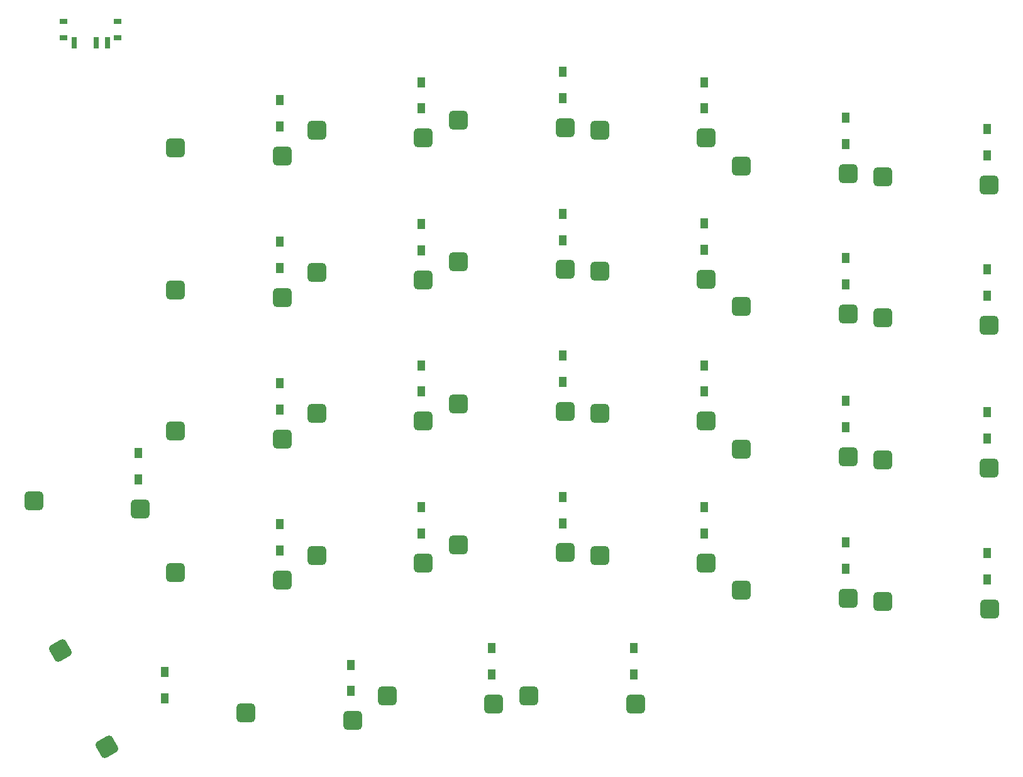
<source format=gbp>
G04 #@! TF.GenerationSoftware,KiCad,Pcbnew,7.0.10*
G04 #@! TF.CreationDate,2024-03-21T01:04:01+01:00*
G04 #@! TF.ProjectId,allium58,616c6c69-756d-4353-982e-6b696361645f,rev?*
G04 #@! TF.SameCoordinates,Original*
G04 #@! TF.FileFunction,Paste,Bot*
G04 #@! TF.FilePolarity,Positive*
%FSLAX46Y46*%
G04 Gerber Fmt 4.6, Leading zero omitted, Abs format (unit mm)*
G04 Created by KiCad (PCBNEW 7.0.10) date 2024-03-21 01:04:01*
%MOMM*%
%LPD*%
G01*
G04 APERTURE LIST*
G04 Aperture macros list*
%AMRoundRect*
0 Rectangle with rounded corners*
0 $1 Rounding radius*
0 $2 $3 $4 $5 $6 $7 $8 $9 X,Y pos of 4 corners*
0 Add a 4 corners polygon primitive as box body*
4,1,4,$2,$3,$4,$5,$6,$7,$8,$9,$2,$3,0*
0 Add four circle primitives for the rounded corners*
1,1,$1+$1,$2,$3*
1,1,$1+$1,$4,$5*
1,1,$1+$1,$6,$7*
1,1,$1+$1,$8,$9*
0 Add four rect primitives between the rounded corners*
20,1,$1+$1,$2,$3,$4,$5,0*
20,1,$1+$1,$4,$5,$6,$7,0*
20,1,$1+$1,$6,$7,$8,$9,0*
20,1,$1+$1,$8,$9,$2,$3,0*%
G04 Aperture macros list end*
%ADD10RoundRect,0.500000X-0.750000X-0.775000X0.750000X-0.775000X0.750000X0.775000X-0.750000X0.775000X0*%
%ADD11RoundRect,0.500000X-1.046170X0.262019X-0.296170X-1.037019X1.046170X-0.262019X0.296170X1.037019X0*%
%ADD12R,1.000000X1.400000*%
%ADD13R,1.000000X0.800000*%
%ADD14R,0.700000X1.500000*%
G04 APERTURE END LIST*
D10*
X112425000Y-54700000D03*
X126775000Y-55750000D03*
X131425000Y-52300000D03*
X145775000Y-53350000D03*
X150525000Y-50910000D03*
X164875000Y-51960000D03*
X169525000Y-52300000D03*
X183875000Y-53350000D03*
X188625000Y-57100000D03*
X202975000Y-58150000D03*
X207625000Y-58600000D03*
X221975000Y-59650000D03*
X112425000Y-73800000D03*
X126775000Y-74850000D03*
X131425000Y-71400000D03*
X145775000Y-72450000D03*
X150525000Y-70000000D03*
X164875000Y-71050000D03*
X169525000Y-71300000D03*
X183875000Y-72350000D03*
X188625000Y-76000000D03*
X202975000Y-77050000D03*
X207625000Y-77500000D03*
X221975000Y-78550000D03*
X112425000Y-92800000D03*
X126775000Y-93850000D03*
X131425000Y-90400000D03*
X145775000Y-91450000D03*
X150525000Y-89100000D03*
X164875000Y-90150000D03*
X169525000Y-90400000D03*
X183875000Y-91450000D03*
X188625000Y-95200000D03*
X202975000Y-96250000D03*
X207625000Y-96700000D03*
X221975000Y-97750000D03*
X112425000Y-111800000D03*
X126775000Y-112850000D03*
X131425000Y-109500000D03*
X145775000Y-110550000D03*
X150525000Y-108100000D03*
X164875000Y-109150000D03*
X169525000Y-109500000D03*
X183875000Y-110550000D03*
X188625000Y-114200000D03*
X202975000Y-115250000D03*
X207675000Y-115700000D03*
X222025000Y-116750000D03*
X93325000Y-102200000D03*
X107675000Y-103250000D03*
D11*
X96892181Y-122356845D03*
X103157854Y-135309309D03*
D10*
X121925000Y-130700000D03*
X136275000Y-131750000D03*
X140925000Y-128450000D03*
X155275000Y-129500000D03*
X160025000Y-128450000D03*
X174375000Y-129500000D03*
D12*
X126500000Y-48225000D03*
X126500000Y-51775000D03*
X145500000Y-45825000D03*
X145500000Y-49375000D03*
X164600000Y-44435000D03*
X164600000Y-47985000D03*
X183600000Y-45825000D03*
X183600000Y-49375000D03*
X202700000Y-50625000D03*
X202700000Y-54175000D03*
X221700000Y-52125000D03*
X221700000Y-55675000D03*
X126500000Y-67325000D03*
X126500000Y-70875000D03*
X145500000Y-64925000D03*
X145500000Y-68475000D03*
X164600000Y-63525000D03*
X164600000Y-67075000D03*
X183600000Y-64825000D03*
X183600000Y-68375000D03*
X202700000Y-69525000D03*
X202700000Y-73075000D03*
X221700000Y-71025000D03*
X221700000Y-74575000D03*
X126500000Y-86325000D03*
X126500000Y-89875000D03*
X145500000Y-83925000D03*
X145500000Y-87475000D03*
X164600000Y-82625000D03*
X164600000Y-86175000D03*
X183600000Y-83925000D03*
X183600000Y-87475000D03*
X202700000Y-88725000D03*
X202700000Y-92275000D03*
X221700000Y-90225000D03*
X221700000Y-93775000D03*
X126500000Y-105325000D03*
X126500000Y-108875000D03*
X145500000Y-103025000D03*
X145500000Y-106575000D03*
X164600000Y-101625000D03*
X164600000Y-105175000D03*
X183600000Y-103025000D03*
X183600000Y-106575000D03*
X202700000Y-107725000D03*
X202700000Y-111275000D03*
X221750000Y-109225000D03*
X221750000Y-112775000D03*
X107400000Y-95725000D03*
X107400000Y-99275000D03*
X111000000Y-125225000D03*
X111000000Y-128775000D03*
X136000000Y-124225000D03*
X136000000Y-127775000D03*
X155000000Y-121975000D03*
X155000000Y-125525000D03*
X174100000Y-121975000D03*
X174100000Y-125525000D03*
D13*
X97350000Y-37653000D03*
X97350000Y-39863000D03*
X104650000Y-37653000D03*
X104650000Y-39863000D03*
D14*
X98750000Y-40513000D03*
X101750000Y-40513000D03*
X103250000Y-40513000D03*
M02*

</source>
